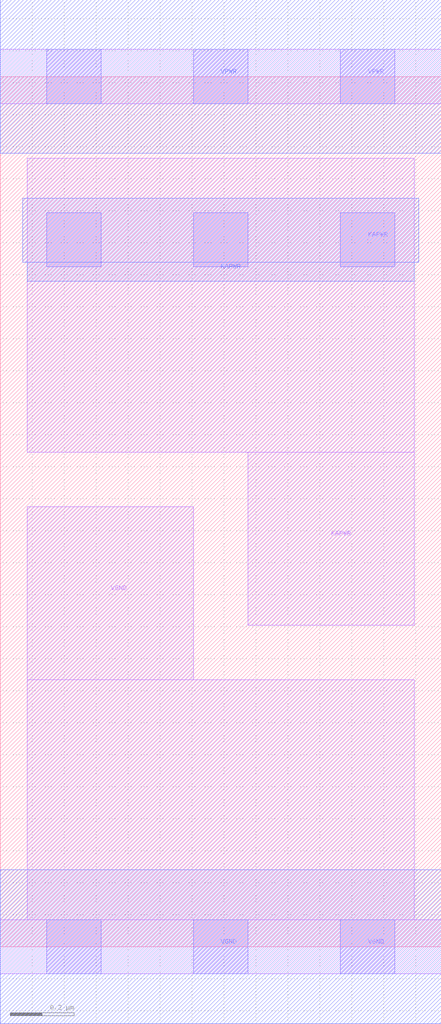
<source format=lef>
# Copyright 2020 The SkyWater PDK Authors
#
# Licensed under the Apache License, Version 2.0 (the "License");
# you may not use this file except in compliance with the License.
# You may obtain a copy of the License at
#
#     https://www.apache.org/licenses/LICENSE-2.0
#
# Unless required by applicable law or agreed to in writing, software
# distributed under the License is distributed on an "AS IS" BASIS,
# WITHOUT WARRANTIES OR CONDITIONS OF ANY KIND, either express or implied.
# See the License for the specific language governing permissions and
# limitations under the License.
#
# SPDX-License-Identifier: Apache-2.0

VERSION 5.7 ;
  NAMESCASESENSITIVE ON ;
  NOWIREEXTENSIONATPIN ON ;
  DIVIDERCHAR "/" ;
  BUSBITCHARS "[]" ;
UNITS
  DATABASE MICRONS 200 ;
END UNITS
MACRO sky130_fd_sc_hd__lpflow_decapkapwr_3
  CLASS CORE ;
  SOURCE USER ;
  FOREIGN sky130_fd_sc_hd__lpflow_decapkapwr_3 ;
  ORIGIN  0.000000  0.000000 ;
  SIZE  1.380000 BY  2.720000 ;
  SYMMETRY X Y R90 ;
  SITE unithd ;
  PIN KAPWR
    DIRECTION INOUT ;
    SHAPE ABUTMENT ;
    USE POWER ;
    PORT
      LAYER li1 ;
        RECT 0.085000 1.545000 1.295000 2.465000 ;
        RECT 0.775000 1.005000 1.295000 1.545000 ;
      LAYER mcon ;
        RECT 0.145000 2.125000 0.315000 2.295000 ;
        RECT 0.605000 2.125000 0.775000 2.295000 ;
        RECT 1.065000 2.125000 1.235000 2.295000 ;
      LAYER met1 ;
        RECT 0.070000 2.140000 1.310000 2.340000 ;
        RECT 0.085000 2.080000 1.295000 2.140000 ;
    END
  END KAPWR
  PIN VGND
    DIRECTION INOUT ;
    SHAPE ABUTMENT ;
    USE GROUND ;
    PORT
      LAYER li1 ;
        RECT 0.000000 -0.085000 1.380000 0.085000 ;
        RECT 0.085000  0.085000 1.295000 0.835000 ;
        RECT 0.085000  0.835000 0.605000 1.375000 ;
      LAYER mcon ;
        RECT 0.145000 -0.085000 0.315000 0.085000 ;
        RECT 0.605000 -0.085000 0.775000 0.085000 ;
        RECT 1.065000 -0.085000 1.235000 0.085000 ;
      LAYER met1 ;
        RECT 0.000000 -0.240000 1.380000 0.240000 ;
    END
  END VGND
  PIN VPWR
    DIRECTION INOUT ;
    SHAPE ABUTMENT ;
    USE POWER ;
    PORT
      LAYER li1 ;
        RECT 0.000000 2.635000 1.380000 2.805000 ;
      LAYER mcon ;
        RECT 0.145000 2.635000 0.315000 2.805000 ;
        RECT 0.605000 2.635000 0.775000 2.805000 ;
        RECT 1.065000 2.635000 1.235000 2.805000 ;
      LAYER met1 ;
        RECT 0.000000 2.480000 1.380000 2.960000 ;
    END
  END VPWR
END sky130_fd_sc_hd__lpflow_decapkapwr_3

</source>
